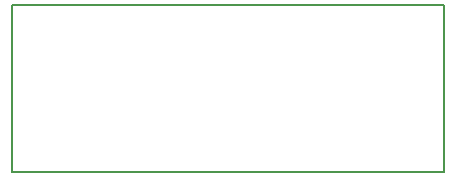
<source format=gbo>
G04 MADE WITH FRITZING*
G04 WWW.FRITZING.ORG*
G04 DOUBLE SIDED*
G04 HOLES PLATED*
G04 CONTOUR ON CENTER OF CONTOUR VECTOR*
%ASAXBY*%
%FSLAX23Y23*%
%MOIN*%
%OFA0B0*%
%SFA1.0B1.0*%
%ADD10R,1.448760X0.562843X1.432760X0.546843*%
%ADD11C,0.008000*%
%LNSILK0*%
G90*
G70*
G54D11*
X4Y559D02*
X1445Y559D01*
X1445Y4D01*
X4Y4D01*
X4Y559D01*
D02*
G04 End of Silk0*
M02*
</source>
